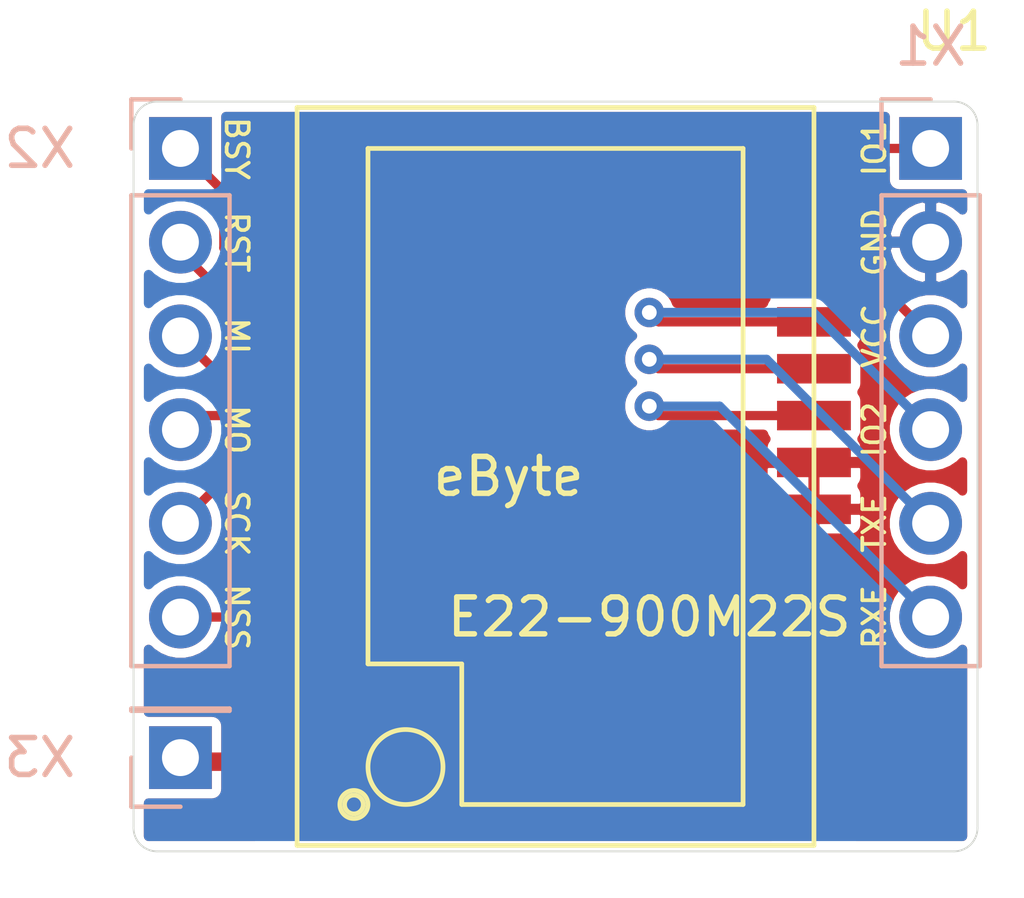
<source format=kicad_pcb>
(kicad_pcb (version 20171130) (host pcbnew "(5.1.12-1-10_14)")

  (general
    (thickness 1.6)
    (drawings 20)
    (tracks 38)
    (zones 0)
    (modules 4)
    (nets 14)
  )

  (page A4)
  (layers
    (0 F.Cu signal)
    (31 B.Cu signal)
    (32 B.Adhes user)
    (33 F.Adhes user)
    (34 B.Paste user)
    (35 F.Paste user)
    (36 B.SilkS user)
    (37 F.SilkS user)
    (38 B.Mask user)
    (39 F.Mask user)
    (40 Dwgs.User user)
    (41 Cmts.User user)
    (42 Eco1.User user)
    (43 Eco2.User user)
    (44 Edge.Cuts user)
    (45 Margin user)
    (46 B.CrtYd user hide)
    (47 F.CrtYd user hide)
    (48 B.Fab user hide)
    (49 F.Fab user hide)
  )

  (setup
    (last_trace_width 0.25)
    (user_trace_width 0.5)
    (trace_clearance 0.2)
    (zone_clearance 0.508)
    (zone_45_only no)
    (trace_min 0.2)
    (via_size 0.8)
    (via_drill 0.4)
    (via_min_size 0.4)
    (via_min_drill 0.3)
    (uvia_size 0.3)
    (uvia_drill 0.1)
    (uvias_allowed no)
    (uvia_min_size 0.2)
    (uvia_min_drill 0.1)
    (edge_width 0.05)
    (segment_width 0.2)
    (pcb_text_width 0.3)
    (pcb_text_size 1.5 1.5)
    (mod_edge_width 0.12)
    (mod_text_size 1 1)
    (mod_text_width 0.15)
    (pad_size 1.524 1.524)
    (pad_drill 0.762)
    (pad_to_mask_clearance 0)
    (aux_axis_origin 0 0)
    (visible_elements FFFFFF7F)
    (pcbplotparams
      (layerselection 0x010fc_ffffffff)
      (usegerberextensions false)
      (usegerberattributes true)
      (usegerberadvancedattributes true)
      (creategerberjobfile true)
      (excludeedgelayer true)
      (linewidth 0.100000)
      (plotframeref false)
      (viasonmask false)
      (mode 1)
      (useauxorigin false)
      (hpglpennumber 1)
      (hpglpenspeed 20)
      (hpglpendiameter 15.000000)
      (psnegative false)
      (psa4output false)
      (plotreference true)
      (plotvalue true)
      (plotinvisibletext false)
      (padsonsilk false)
      (subtractmaskfromsilk false)
      (outputformat 1)
      (mirror false)
      (drillshape 1)
      (scaleselection 1)
      (outputdirectory ""))
  )

  (net 0 "")
  (net 1 "Net-(U1-Pad21)")
  (net 2 "Net-(U1-Pad19)")
  (net 3 "Net-(U1-Pad18)")
  (net 4 "Net-(U1-Pad17)")
  (net 5 "Net-(U1-Pad16)")
  (net 6 "Net-(U1-Pad15)")
  (net 7 "Net-(U1-Pad14)")
  (net 8 "Net-(U1-Pad13)")
  (net 9 "Net-(U1-Pad8)")
  (net 10 "Net-(U1-Pad7)")
  (net 11 "Net-(U1-Pad6)")
  (net 12 GND)
  (net 13 VCC)

  (net_class Default "This is the default net class."
    (clearance 0.2)
    (trace_width 0.25)
    (via_dia 0.8)
    (via_drill 0.4)
    (uvia_dia 0.3)
    (uvia_drill 0.1)
    (add_net GND)
    (add_net "Net-(U1-Pad13)")
    (add_net "Net-(U1-Pad14)")
    (add_net "Net-(U1-Pad15)")
    (add_net "Net-(U1-Pad16)")
    (add_net "Net-(U1-Pad17)")
    (add_net "Net-(U1-Pad18)")
    (add_net "Net-(U1-Pad19)")
    (add_net "Net-(U1-Pad21)")
    (add_net "Net-(U1-Pad6)")
    (add_net "Net-(U1-Pad7)")
    (add_net "Net-(U1-Pad8)")
    (add_net VCC)
  )

  (module Connector_PinSocket_2.54mm:PinSocket_1x06_P2.54mm_Vertical (layer B.Cu) (tedit 5A19A430) (tstamp 61B14DC4)
    (at 114.3 77.47 180)
    (descr "Through hole straight socket strip, 1x06, 2.54mm pitch, single row (from Kicad 4.0.7), script generated")
    (tags "Through hole socket strip THT 1x06 2.54mm single row")
    (path /61B0A131)
    (fp_text reference X2 (at 3.81 0) (layer B.SilkS)
      (effects (font (size 1 1) (thickness 0.15)) (justify mirror))
    )
    (fp_text value Conn_01x06 (at 0 -15.47) (layer B.Fab)
      (effects (font (size 1 1) (thickness 0.15)) (justify mirror))
    )
    (fp_line (start -1.8 -14.45) (end -1.8 1.8) (layer B.CrtYd) (width 0.05))
    (fp_line (start 1.75 -14.45) (end -1.8 -14.45) (layer B.CrtYd) (width 0.05))
    (fp_line (start 1.75 1.8) (end 1.75 -14.45) (layer B.CrtYd) (width 0.05))
    (fp_line (start -1.8 1.8) (end 1.75 1.8) (layer B.CrtYd) (width 0.05))
    (fp_line (start 0 1.33) (end 1.33 1.33) (layer B.SilkS) (width 0.12))
    (fp_line (start 1.33 1.33) (end 1.33 0) (layer B.SilkS) (width 0.12))
    (fp_line (start 1.33 -1.27) (end 1.33 -14.03) (layer B.SilkS) (width 0.12))
    (fp_line (start -1.33 -14.03) (end 1.33 -14.03) (layer B.SilkS) (width 0.12))
    (fp_line (start -1.33 -1.27) (end -1.33 -14.03) (layer B.SilkS) (width 0.12))
    (fp_line (start -1.33 -1.27) (end 1.33 -1.27) (layer B.SilkS) (width 0.12))
    (fp_line (start -1.27 -13.97) (end -1.27 1.27) (layer B.Fab) (width 0.1))
    (fp_line (start 1.27 -13.97) (end -1.27 -13.97) (layer B.Fab) (width 0.1))
    (fp_line (start 1.27 0.635) (end 1.27 -13.97) (layer B.Fab) (width 0.1))
    (fp_line (start 0.635 1.27) (end 1.27 0.635) (layer B.Fab) (width 0.1))
    (fp_line (start -1.27 1.27) (end 0.635 1.27) (layer B.Fab) (width 0.1))
    (fp_text user %R (at 0 -6.35 270) (layer B.Fab)
      (effects (font (size 1 1) (thickness 0.15)) (justify mirror))
    )
    (pad 6 thru_hole oval (at 0 -12.7 180) (size 1.7 1.7) (drill 1) (layers *.Cu *.Mask)
      (net 2 "Net-(U1-Pad19)"))
    (pad 5 thru_hole oval (at 0 -10.16 180) (size 1.7 1.7) (drill 1) (layers *.Cu *.Mask)
      (net 3 "Net-(U1-Pad18)"))
    (pad 4 thru_hole oval (at 0 -7.62 180) (size 1.7 1.7) (drill 1) (layers *.Cu *.Mask)
      (net 4 "Net-(U1-Pad17)"))
    (pad 3 thru_hole oval (at 0 -5.08 180) (size 1.7 1.7) (drill 1) (layers *.Cu *.Mask)
      (net 5 "Net-(U1-Pad16)"))
    (pad 2 thru_hole oval (at 0 -2.54 180) (size 1.7 1.7) (drill 1) (layers *.Cu *.Mask)
      (net 6 "Net-(U1-Pad15)"))
    (pad 1 thru_hole rect (at 0 0 180) (size 1.7 1.7) (drill 1) (layers *.Cu *.Mask)
      (net 7 "Net-(U1-Pad14)"))
    (model ${KISYS3DMOD}/Connector_PinSocket_2.54mm.3dshapes/PinSocket_1x06_P2.54mm_Vertical.wrl
      (at (xyz 0 0 0))
      (scale (xyz 1 1 1))
      (rotate (xyz 0 0 0))
    )
  )

  (module Connector_PinSocket_2.54mm:PinSocket_1x06_P2.54mm_Vertical (layer B.Cu) (tedit 5A19A430) (tstamp 61B6AC4F)
    (at 134.62 77.47 180)
    (descr "Through hole straight socket strip, 1x06, 2.54mm pitch, single row (from Kicad 4.0.7), script generated")
    (tags "Through hole socket strip THT 1x06 2.54mm single row")
    (path /61B0BA70)
    (fp_text reference X1 (at 0 2.77) (layer B.SilkS)
      (effects (font (size 1 1) (thickness 0.15)) (justify mirror))
    )
    (fp_text value Conn_01x06 (at 0 -15.47) (layer B.Fab)
      (effects (font (size 1 1) (thickness 0.15)) (justify mirror))
    )
    (fp_line (start -1.8 -14.45) (end -1.8 1.8) (layer B.CrtYd) (width 0.05))
    (fp_line (start 1.75 -14.45) (end -1.8 -14.45) (layer B.CrtYd) (width 0.05))
    (fp_line (start 1.75 1.8) (end 1.75 -14.45) (layer B.CrtYd) (width 0.05))
    (fp_line (start -1.8 1.8) (end 1.75 1.8) (layer B.CrtYd) (width 0.05))
    (fp_line (start 0 1.33) (end 1.33 1.33) (layer B.SilkS) (width 0.12))
    (fp_line (start 1.33 1.33) (end 1.33 0) (layer B.SilkS) (width 0.12))
    (fp_line (start 1.33 -1.27) (end 1.33 -14.03) (layer B.SilkS) (width 0.12))
    (fp_line (start -1.33 -14.03) (end 1.33 -14.03) (layer B.SilkS) (width 0.12))
    (fp_line (start -1.33 -1.27) (end -1.33 -14.03) (layer B.SilkS) (width 0.12))
    (fp_line (start -1.33 -1.27) (end 1.33 -1.27) (layer B.SilkS) (width 0.12))
    (fp_line (start -1.27 -13.97) (end -1.27 1.27) (layer B.Fab) (width 0.1))
    (fp_line (start 1.27 -13.97) (end -1.27 -13.97) (layer B.Fab) (width 0.1))
    (fp_line (start 1.27 0.635) (end 1.27 -13.97) (layer B.Fab) (width 0.1))
    (fp_line (start 0.635 1.27) (end 1.27 0.635) (layer B.Fab) (width 0.1))
    (fp_line (start -1.27 1.27) (end 0.635 1.27) (layer B.Fab) (width 0.1))
    (fp_text user %R (at 0 -6.35 270) (layer B.Fab)
      (effects (font (size 1 1) (thickness 0.15)) (justify mirror))
    )
    (pad 6 thru_hole oval (at 0 -12.7 180) (size 1.7 1.7) (drill 1) (layers *.Cu *.Mask)
      (net 11 "Net-(U1-Pad6)"))
    (pad 5 thru_hole oval (at 0 -10.16 180) (size 1.7 1.7) (drill 1) (layers *.Cu *.Mask)
      (net 10 "Net-(U1-Pad7)"))
    (pad 4 thru_hole oval (at 0 -7.62 180) (size 1.7 1.7) (drill 1) (layers *.Cu *.Mask)
      (net 9 "Net-(U1-Pad8)"))
    (pad 3 thru_hole oval (at 0 -5.08 180) (size 1.7 1.7) (drill 1) (layers *.Cu *.Mask)
      (net 13 VCC))
    (pad 2 thru_hole oval (at 0 -2.54 180) (size 1.7 1.7) (drill 1) (layers *.Cu *.Mask)
      (net 12 GND))
    (pad 1 thru_hole rect (at 0 0 180) (size 1.7 1.7) (drill 1) (layers *.Cu *.Mask)
      (net 8 "Net-(U1-Pad13)"))
    (model ${KISYS3DMOD}/Connector_PinSocket_2.54mm.3dshapes/PinSocket_1x06_P2.54mm_Vertical.wrl
      (at (xyz 0 0 0))
      (scale (xyz 1 1 1))
      (rotate (xyz 0 0 0))
    )
  )

  (module E22-900M22S:E22-900M22S (layer F.Cu) (tedit 61B03831) (tstamp 61B14D90)
    (at 124.46 86.36)
    (path /61B06B23)
    (fp_text reference U1 (at 10.795 -12.065) (layer F.SilkS)
      (effects (font (size 1 1) (thickness 0.15)))
    )
    (fp_text value E22-900M22S (at -0.635 -12.065) (layer Dwgs.User)
      (effects (font (size 1 1) (thickness 0.15)))
    )
    (fp_line (start -5.08 5.08) (end -5.08 -8.89) (layer F.SilkS) (width 0.127))
    (fp_line (start -2.54 5.08) (end -5.08 5.08) (layer F.SilkS) (width 0.127))
    (fp_line (start -2.54 8.89) (end -2.54 5.08) (layer F.SilkS) (width 0.127))
    (fp_line (start 5.08 8.89) (end -2.54 8.89) (layer F.SilkS) (width 0.127))
    (fp_line (start 5.08 -8.89) (end 5.08 8.89) (layer F.SilkS) (width 0.127))
    (fp_line (start -5.08 -8.89) (end 5.08 -8.89) (layer F.SilkS) (width 0.127))
    (fp_line (start -7 10) (end -7 -10) (layer F.SilkS) (width 0.127))
    (fp_line (start 7 10) (end -7 10) (layer F.SilkS) (width 0.127))
    (fp_line (start 7 -10) (end 7 10) (layer F.SilkS) (width 0.127))
    (fp_line (start -7 -10) (end 7 -10) (layer F.SilkS) (width 0.127))
    (fp_circle (center -5.461 8.89) (end -5.207 8.89) (layer F.SilkS) (width 0.127))
    (fp_circle (center -5.461 8.89) (end -5.08 8.89) (layer F.SilkS) (width 0.127))
    (fp_circle (center -4.064 7.874) (end -3.048 7.874) (layer F.SilkS) (width 0.127))
    (fp_text user eByte (at -1.27 0) (layer F.SilkS)
      (effects (font (size 1 1) (thickness 0.15)))
    )
    (fp_text user E22-900M22S (at 2.54 3.81) (layer F.SilkS)
      (effects (font (size 1 1) (thickness 0.15)))
    )
    (pad 22 smd rect (at -7 9) (size 2 0.8) (layers F.Cu F.Paste F.Mask)
      (net 12 GND))
    (pad 21 smd rect (at -7 7.73) (size 2 0.8) (layers F.Cu F.Paste F.Mask)
      (net 1 "Net-(U1-Pad21)"))
    (pad 20 smd rect (at -7 6.46) (size 2 0.8) (layers F.Cu F.Paste F.Mask)
      (net 12 GND))
    (pad 19 smd rect (at -7 0.89) (size 2 0.8) (layers F.Cu F.Paste F.Mask)
      (net 2 "Net-(U1-Pad19)"))
    (pad 18 smd rect (at -7 -0.38) (size 2 0.8) (layers F.Cu F.Paste F.Mask)
      (net 3 "Net-(U1-Pad18)"))
    (pad 17 smd rect (at -7 -1.65) (size 2 0.8) (layers F.Cu F.Paste F.Mask)
      (net 4 "Net-(U1-Pad17)"))
    (pad 16 smd rect (at -7 -2.92) (size 2 0.8) (layers F.Cu F.Paste F.Mask)
      (net 5 "Net-(U1-Pad16)"))
    (pad 15 smd rect (at -7 -4.19) (size 2 0.8) (layers F.Cu F.Paste F.Mask)
      (net 6 "Net-(U1-Pad15)"))
    (pad 14 smd rect (at -7 -5.46) (size 2 0.8) (layers F.Cu F.Paste F.Mask)
      (net 7 "Net-(U1-Pad14)"))
    (pad 13 smd rect (at -7 -6.73) (size 2 0.8) (layers F.Cu F.Paste F.Mask)
      (net 8 "Net-(U1-Pad13)"))
    (pad 12 smd rect (at -7 -8) (size 2 0.8) (layers F.Cu F.Paste F.Mask)
      (net 12 GND))
    (pad 11 smd rect (at 7 -8) (size 2 0.8) (layers F.Cu F.Paste F.Mask)
      (net 12 GND))
    (pad 10 smd rect (at 7 -6.73) (size 2 0.8) (layers F.Cu F.Paste F.Mask)
      (net 12 GND))
    (pad 9 smd rect (at 7 -5.46) (size 2 0.8) (layers F.Cu F.Paste F.Mask)
      (net 13 VCC))
    (pad 8 smd rect (at 7 -4.19) (size 2 0.8) (layers F.Cu F.Paste F.Mask)
      (net 9 "Net-(U1-Pad8)"))
    (pad 7 smd rect (at 7 -2.92) (size 2 0.8) (layers F.Cu F.Paste F.Mask)
      (net 10 "Net-(U1-Pad7)"))
    (pad 6 smd rect (at 7 -1.65) (size 2 0.8) (layers F.Cu F.Paste F.Mask)
      (net 11 "Net-(U1-Pad6)"))
    (pad 5 smd rect (at 7 -0.38) (size 2 0.8) (layers F.Cu F.Paste F.Mask)
      (net 12 GND))
    (pad 4 smd rect (at 7 0.89) (size 2 0.8) (layers F.Cu F.Paste F.Mask)
      (net 12 GND))
    (pad 3 smd rect (at 7 6.46) (size 2 0.8) (layers F.Cu F.Paste F.Mask)
      (net 12 GND))
    (pad 2 smd rect (at 7 7.73) (size 2 0.8) (layers F.Cu F.Paste F.Mask)
      (net 12 GND))
    (pad 1 smd rect (at 7 9) (size 2 0.8) (layers F.Cu F.Paste F.Mask)
      (net 12 GND))
  )

  (module Connector_PinHeader_2.54mm:PinHeader_1x01_P2.54mm_Vertical (layer B.Cu) (tedit 59FED5CC) (tstamp 61B6B709)
    (at 114.3 93.98)
    (descr "Through hole straight pin header, 1x01, 2.54mm pitch, single row")
    (tags "Through hole pin header THT 1x01 2.54mm single row")
    (path /61B77640)
    (fp_text reference X3 (at -3.81 0) (layer B.SilkS)
      (effects (font (size 1 1) (thickness 0.15)) (justify mirror))
    )
    (fp_text value Conn_01x01 (at 0 -2.33) (layer B.Fab)
      (effects (font (size 1 1) (thickness 0.15)) (justify mirror))
    )
    (fp_line (start 1.8 1.8) (end -1.8 1.8) (layer B.CrtYd) (width 0.05))
    (fp_line (start 1.8 -1.8) (end 1.8 1.8) (layer B.CrtYd) (width 0.05))
    (fp_line (start -1.8 -1.8) (end 1.8 -1.8) (layer B.CrtYd) (width 0.05))
    (fp_line (start -1.8 1.8) (end -1.8 -1.8) (layer B.CrtYd) (width 0.05))
    (fp_line (start -1.33 1.33) (end 0 1.33) (layer B.SilkS) (width 0.12))
    (fp_line (start -1.33 0) (end -1.33 1.33) (layer B.SilkS) (width 0.12))
    (fp_line (start -1.33 -1.27) (end 1.33 -1.27) (layer B.SilkS) (width 0.12))
    (fp_line (start 1.33 -1.27) (end 1.33 -1.33) (layer B.SilkS) (width 0.12))
    (fp_line (start -1.33 -1.27) (end -1.33 -1.33) (layer B.SilkS) (width 0.12))
    (fp_line (start -1.33 -1.33) (end 1.33 -1.33) (layer B.SilkS) (width 0.12))
    (fp_line (start -1.27 0.635) (end -0.635 1.27) (layer B.Fab) (width 0.1))
    (fp_line (start -1.27 -1.27) (end -1.27 0.635) (layer B.Fab) (width 0.1))
    (fp_line (start 1.27 -1.27) (end -1.27 -1.27) (layer B.Fab) (width 0.1))
    (fp_line (start 1.27 1.27) (end 1.27 -1.27) (layer B.Fab) (width 0.1))
    (fp_line (start -0.635 1.27) (end 1.27 1.27) (layer B.Fab) (width 0.1))
    (fp_text user %R (at 0 0 -90) (layer B.Fab)
      (effects (font (size 1 1) (thickness 0.15)) (justify mirror))
    )
    (pad 1 thru_hole rect (at 0 0) (size 1.7 1.7) (drill 1) (layers *.Cu *.Mask)
      (net 1 "Net-(U1-Pad21)"))
    (model ${KISYS3DMOD}/Connector_PinHeader_2.54mm.3dshapes/PinHeader_1x01_P2.54mm_Vertical.wrl
      (at (xyz 0 0 0))
      (scale (xyz 1 1 1))
      (rotate (xyz 0 0 0))
    )
  )

  (gr_text RXE (at 133.096 90.17 90) (layer F.SilkS) (tstamp 61B6B941)
    (effects (font (size 0.6 0.6) (thickness 0.1)))
  )
  (gr_text TXE (at 133.096 87.63 90) (layer F.SilkS) (tstamp 61B6B941)
    (effects (font (size 0.6 0.6) (thickness 0.1)))
  )
  (gr_text IO2 (at 133.096 85.09 90) (layer F.SilkS) (tstamp 61B6B941)
    (effects (font (size 0.6 0.6) (thickness 0.1)))
  )
  (gr_text VCC (at 133.096 82.55 90) (layer F.SilkS) (tstamp 61B6B941)
    (effects (font (size 0.6 0.6) (thickness 0.1)))
  )
  (gr_text GND (at 133.096 80.01 90) (layer F.SilkS) (tstamp 61B6B941)
    (effects (font (size 0.6 0.6) (thickness 0.1)))
  )
  (gr_text IO1 (at 133.096 77.47 90) (layer F.SilkS) (tstamp 61B6B941)
    (effects (font (size 0.6 0.6) (thickness 0.1)))
  )
  (gr_text BSY (at 115.824 77.47 -90) (layer F.SilkS) (tstamp 61B6B941)
    (effects (font (size 0.6 0.6) (thickness 0.1)))
  )
  (gr_text RST (at 115.824 80.01 -90) (layer F.SilkS) (tstamp 61B6B941)
    (effects (font (size 0.6 0.6) (thickness 0.1)))
  )
  (gr_text MI (at 115.824 82.55 -90) (layer F.SilkS) (tstamp 61B6B941)
    (effects (font (size 0.6 0.6) (thickness 0.1)))
  )
  (gr_text MO (at 115.824 85.09 -90) (layer F.SilkS) (tstamp 61B6B941)
    (effects (font (size 0.6 0.6) (thickness 0.1)))
  )
  (gr_text SCK (at 115.824 87.63 -90) (layer F.SilkS) (tstamp 61B6B941)
    (effects (font (size 0.6 0.6) (thickness 0.1)))
  )
  (gr_text NSS (at 115.824 90.17 270) (layer F.SilkS)
    (effects (font (size 0.6 0.6) (thickness 0.1)))
  )
  (gr_line (start 113.665 96.52) (end 135.255 96.52) (layer Edge.Cuts) (width 0.05) (tstamp 61B6B903))
  (gr_line (start 113.03 76.835) (end 113.03 95.885) (layer Edge.Cuts) (width 0.05) (tstamp 61B6B902))
  (gr_line (start 135.255 76.2) (end 113.665 76.2) (layer Edge.Cuts) (width 0.05) (tstamp 61B6B901))
  (gr_line (start 135.89 95.885) (end 135.89 76.835) (layer Edge.Cuts) (width 0.05) (tstamp 61B6B900))
  (gr_arc (start 113.665 76.835) (end 113.665 76.2) (angle -90) (layer Edge.Cuts) (width 0.05))
  (gr_arc (start 113.665 95.885) (end 113.03 95.885) (angle -90) (layer Edge.Cuts) (width 0.05))
  (gr_arc (start 135.255 95.885) (end 135.255 96.52) (angle -90) (layer Edge.Cuts) (width 0.05))
  (gr_arc (start 135.255 76.835) (end 135.89 76.835) (angle -90) (layer Edge.Cuts) (width 0.05))

  (segment (start 114.41 94.09) (end 114.3 93.98) (width 0.5) (layer F.Cu) (net 1))
  (segment (start 117.46 94.09) (end 114.41 94.09) (width 0.5) (layer F.Cu) (net 1))
  (segment (start 114.3 90.17) (end 116.205 90.17) (width 0.25) (layer F.Cu) (net 2))
  (segment (start 117.46 88.915) (end 117.46 87.25) (width 0.25) (layer F.Cu) (net 2))
  (segment (start 116.205 90.17) (end 117.46 88.915) (width 0.25) (layer F.Cu) (net 2))
  (segment (start 115.95 85.98) (end 114.3 87.63) (width 0.25) (layer F.Cu) (net 3))
  (segment (start 117.46 85.98) (end 115.95 85.98) (width 0.25) (layer F.Cu) (net 3))
  (segment (start 114.68 84.71) (end 114.3 85.09) (width 0.25) (layer F.Cu) (net 4))
  (segment (start 117.46 84.71) (end 114.68 84.71) (width 0.25) (layer F.Cu) (net 4))
  (segment (start 115.19 83.44) (end 114.3 82.55) (width 0.25) (layer F.Cu) (net 5))
  (segment (start 117.46 83.44) (end 115.19 83.44) (width 0.25) (layer F.Cu) (net 5))
  (segment (start 114.3 80.26) (end 114.3 80.01) (width 0.25) (layer F.Cu) (net 6))
  (segment (start 116.21 82.17) (end 114.3 80.26) (width 0.25) (layer F.Cu) (net 6))
  (segment (start 117.46 82.17) (end 116.21 82.17) (width 0.25) (layer F.Cu) (net 6))
  (segment (start 115.475001 78.645001) (end 114.3 77.47) (width 0.25) (layer F.Cu) (net 7))
  (segment (start 115.475001 80.165001) (end 115.475001 78.645001) (width 0.25) (layer F.Cu) (net 7))
  (segment (start 116.21 80.9) (end 115.475001 80.165001) (width 0.25) (layer F.Cu) (net 7))
  (segment (start 117.46 80.9) (end 116.21 80.9) (width 0.25) (layer F.Cu) (net 7))
  (segment (start 134.62 77.47) (end 122.555 77.47) (width 0.25) (layer F.Cu) (net 8))
  (segment (start 120.395 79.63) (end 122.555 77.47) (width 0.25) (layer F.Cu) (net 8))
  (segment (start 117.46 79.63) (end 120.395 79.63) (width 0.25) (layer F.Cu) (net 8))
  (via (at 127 81.915) (size 0.8) (drill 0.4) (layers F.Cu B.Cu) (net 9))
  (segment (start 127.255 82.17) (end 127 81.915) (width 0.25) (layer F.Cu) (net 9))
  (segment (start 131.46 82.17) (end 127.255 82.17) (width 0.25) (layer F.Cu) (net 9))
  (segment (start 131.445 81.915) (end 134.62 85.09) (width 0.25) (layer B.Cu) (net 9))
  (segment (start 127 81.915) (end 131.445 81.915) (width 0.25) (layer B.Cu) (net 9))
  (segment (start 127.255 83.44) (end 127 83.185) (width 0.25) (layer F.Cu) (net 10))
  (via (at 127 83.185) (size 0.8) (drill 0.4) (layers F.Cu B.Cu) (net 10))
  (segment (start 131.46 83.44) (end 127.255 83.44) (width 0.25) (layer F.Cu) (net 10))
  (segment (start 130.175 83.185) (end 134.62 87.63) (width 0.25) (layer B.Cu) (net 10))
  (segment (start 127 83.185) (end 130.175 83.185) (width 0.25) (layer B.Cu) (net 10))
  (segment (start 127.255 84.71) (end 127 84.455) (width 0.25) (layer F.Cu) (net 11))
  (via (at 127 84.455) (size 0.8) (drill 0.4) (layers F.Cu B.Cu) (net 11))
  (segment (start 131.46 84.71) (end 127.255 84.71) (width 0.25) (layer F.Cu) (net 11))
  (segment (start 128.905 84.455) (end 134.62 90.17) (width 0.25) (layer B.Cu) (net 11))
  (segment (start 127 84.455) (end 128.905 84.455) (width 0.25) (layer B.Cu) (net 11))
  (segment (start 132.97 80.9) (end 134.62 82.55) (width 0.25) (layer F.Cu) (net 13))
  (segment (start 131.46 80.9) (end 132.97 80.9) (width 0.25) (layer F.Cu) (net 13))

  (zone (net 12) (net_name GND) (layer F.Cu) (tstamp 0) (hatch edge 0.508)
    (connect_pads (clearance 0.254))
    (min_thickness 0.254)
    (fill yes (arc_segments 32) (thermal_gap 0.254) (thermal_bridge_width 0.3))
    (polygon
      (pts
        (xy 136.525 97.155) (xy 112.395 97.155) (xy 112.395 75.565) (xy 136.525 75.565)
      )
    )
    (filled_polygon
      (pts
        (xy 130.079 78.24175) (xy 130.17425 78.337) (xy 131.437 78.337) (xy 131.437 78.317) (xy 131.483 78.317)
        (xy 131.483 78.337) (xy 132.74575 78.337) (xy 132.841 78.24175) (xy 132.842738 77.976) (xy 133.387157 77.976)
        (xy 133.387157 78.32) (xy 133.394513 78.394689) (xy 133.416299 78.466508) (xy 133.451678 78.532696) (xy 133.499289 78.590711)
        (xy 133.557304 78.638322) (xy 133.623492 78.673701) (xy 133.695311 78.695487) (xy 133.77 78.702843) (xy 135.47 78.702843)
        (xy 135.484 78.701464) (xy 135.484 79.135437) (xy 135.472347 79.121819) (xy 135.282694 78.9726) (xy 135.067574 78.863248)
        (xy 134.835254 78.797965) (xy 134.643 78.874464) (xy 134.643 79.987) (xy 134.663 79.987) (xy 134.663 80.033)
        (xy 134.643 80.033) (xy 134.643 81.145536) (xy 134.835254 81.222035) (xy 135.067574 81.156752) (xy 135.282694 81.0474)
        (xy 135.472347 80.898181) (xy 135.484 80.884563) (xy 135.484 81.673103) (xy 135.404717 81.59382) (xy 135.203097 81.459102)
        (xy 134.979069 81.366307) (xy 134.741243 81.319) (xy 134.498757 81.319) (xy 134.260931 81.366307) (xy 134.183833 81.398242)
        (xy 133.345376 80.559785) (xy 133.329527 80.540473) (xy 133.252479 80.477241) (xy 133.164575 80.430255) (xy 133.069193 80.401322)
        (xy 132.994854 80.394) (xy 132.994846 80.394) (xy 132.97 80.391553) (xy 132.945154 80.394) (xy 132.825989 80.394)
        (xy 132.813701 80.353492) (xy 132.778322 80.287304) (xy 132.760018 80.265) (xy 132.778322 80.242696) (xy 132.787645 80.225254)
        (xy 133.407966 80.225254) (xy 133.417853 80.274957) (xy 133.492642 80.504393) (xy 133.610755 80.71483) (xy 133.767653 80.898181)
        (xy 133.957306 81.0474) (xy 134.172426 81.156752) (xy 134.404746 81.222035) (xy 134.597 81.145536) (xy 134.597 80.033)
        (xy 133.484483 80.033) (xy 133.407966 80.225254) (xy 132.787645 80.225254) (xy 132.813701 80.176508) (xy 132.835487 80.104689)
        (xy 132.842843 80.03) (xy 132.841305 79.794746) (xy 133.407966 79.794746) (xy 133.484483 79.987) (xy 134.597 79.987)
        (xy 134.597 78.874464) (xy 134.404746 78.797965) (xy 134.172426 78.863248) (xy 133.957306 78.9726) (xy 133.767653 79.121819)
        (xy 133.610755 79.30517) (xy 133.492642 79.515607) (xy 133.417853 79.745043) (xy 133.407966 79.794746) (xy 132.841305 79.794746)
        (xy 132.841 79.74825) (xy 132.74575 79.653) (xy 131.483 79.653) (xy 131.483 79.673) (xy 131.437 79.673)
        (xy 131.437 79.653) (xy 130.17425 79.653) (xy 130.079 79.74825) (xy 130.077157 80.03) (xy 130.084513 80.104689)
        (xy 130.106299 80.176508) (xy 130.141678 80.242696) (xy 130.159982 80.265) (xy 130.141678 80.287304) (xy 130.106299 80.353492)
        (xy 130.084513 80.425311) (xy 130.077157 80.5) (xy 130.077157 81.3) (xy 130.084513 81.374689) (xy 130.106299 81.446508)
        (xy 130.141678 81.512696) (xy 130.159982 81.535) (xy 130.141678 81.557304) (xy 130.106299 81.623492) (xy 130.094011 81.664)
        (xy 127.741381 81.664) (xy 127.692113 81.545058) (xy 127.606642 81.417141) (xy 127.497859 81.308358) (xy 127.369942 81.222887)
        (xy 127.227809 81.164013) (xy 127.076922 81.134) (xy 126.923078 81.134) (xy 126.772191 81.164013) (xy 126.630058 81.222887)
        (xy 126.502141 81.308358) (xy 126.393358 81.417141) (xy 126.307887 81.545058) (xy 126.249013 81.687191) (xy 126.219 81.838078)
        (xy 126.219 81.991922) (xy 126.249013 82.142809) (xy 126.307887 82.284942) (xy 126.393358 82.412859) (xy 126.502141 82.521642)
        (xy 126.544582 82.55) (xy 126.502141 82.578358) (xy 126.393358 82.687141) (xy 126.307887 82.815058) (xy 126.249013 82.957191)
        (xy 126.219 83.108078) (xy 126.219 83.261922) (xy 126.249013 83.412809) (xy 126.307887 83.554942) (xy 126.393358 83.682859)
        (xy 126.502141 83.791642) (xy 126.544582 83.82) (xy 126.502141 83.848358) (xy 126.393358 83.957141) (xy 126.307887 84.085058)
        (xy 126.249013 84.227191) (xy 126.219 84.378078) (xy 126.219 84.531922) (xy 126.249013 84.682809) (xy 126.307887 84.824942)
        (xy 126.393358 84.952859) (xy 126.502141 85.061642) (xy 126.630058 85.147113) (xy 126.772191 85.205987) (xy 126.923078 85.236)
        (xy 127.076922 85.236) (xy 127.194915 85.21253) (xy 127.230146 85.216) (xy 127.230153 85.216) (xy 127.254999 85.218447)
        (xy 127.279845 85.216) (xy 130.094011 85.216) (xy 130.106299 85.256508) (xy 130.141678 85.322696) (xy 130.159982 85.345)
        (xy 130.141678 85.367304) (xy 130.106299 85.433492) (xy 130.084513 85.505311) (xy 130.077157 85.58) (xy 130.079 85.86175)
        (xy 130.17425 85.957) (xy 131.437 85.957) (xy 131.437 85.937) (xy 131.483 85.937) (xy 131.483 85.957)
        (xy 132.74575 85.957) (xy 132.841 85.86175) (xy 132.842843 85.58) (xy 132.835487 85.505311) (xy 132.813701 85.433492)
        (xy 132.778322 85.367304) (xy 132.760018 85.345) (xy 132.778322 85.322696) (xy 132.813701 85.256508) (xy 132.835487 85.184689)
        (xy 132.842843 85.11) (xy 132.842843 84.31) (xy 132.835487 84.235311) (xy 132.813701 84.163492) (xy 132.778322 84.097304)
        (xy 132.760018 84.075) (xy 132.778322 84.052696) (xy 132.813701 83.986508) (xy 132.835487 83.914689) (xy 132.842843 83.84)
        (xy 132.842843 83.04) (xy 132.835487 82.965311) (xy 132.813701 82.893492) (xy 132.778322 82.827304) (xy 132.760018 82.805)
        (xy 132.778322 82.782696) (xy 132.813701 82.716508) (xy 132.835487 82.644689) (xy 132.842843 82.57) (xy 132.842843 81.77)
        (xy 132.835487 81.695311) (xy 132.813701 81.623492) (xy 132.778322 81.557304) (xy 132.760018 81.535) (xy 132.778322 81.512696)
        (xy 132.809248 81.454839) (xy 133.468242 82.113833) (xy 133.436307 82.190931) (xy 133.389 82.428757) (xy 133.389 82.671243)
        (xy 133.436307 82.909069) (xy 133.529102 83.133097) (xy 133.66382 83.334717) (xy 133.835283 83.50618) (xy 134.036903 83.640898)
        (xy 134.260931 83.733693) (xy 134.498757 83.781) (xy 134.741243 83.781) (xy 134.979069 83.733693) (xy 135.203097 83.640898)
        (xy 135.404717 83.50618) (xy 135.484 83.426897) (xy 135.484 84.213103) (xy 135.404717 84.13382) (xy 135.203097 83.999102)
        (xy 134.979069 83.906307) (xy 134.741243 83.859) (xy 134.498757 83.859) (xy 134.260931 83.906307) (xy 134.036903 83.999102)
        (xy 133.835283 84.13382) (xy 133.66382 84.305283) (xy 133.529102 84.506903) (xy 133.436307 84.730931) (xy 133.389 84.968757)
        (xy 133.389 85.211243) (xy 133.436307 85.449069) (xy 133.529102 85.673097) (xy 133.66382 85.874717) (xy 133.835283 86.04618)
        (xy 134.036903 86.180898) (xy 134.260931 86.273693) (xy 134.498757 86.321) (xy 134.741243 86.321) (xy 134.979069 86.273693)
        (xy 135.203097 86.180898) (xy 135.404717 86.04618) (xy 135.484 85.966897) (xy 135.484001 86.753104) (xy 135.404717 86.67382)
        (xy 135.203097 86.539102) (xy 134.979069 86.446307) (xy 134.741243 86.399) (xy 134.498757 86.399) (xy 134.260931 86.446307)
        (xy 134.036903 86.539102) (xy 133.835283 86.67382) (xy 133.66382 86.845283) (xy 133.529102 87.046903) (xy 133.436307 87.270931)
        (xy 133.389 87.508757) (xy 133.389 87.751243) (xy 133.436307 87.989069) (xy 133.529102 88.213097) (xy 133.66382 88.414717)
        (xy 133.835283 88.58618) (xy 134.036903 88.720898) (xy 134.260931 88.813693) (xy 134.498757 88.861) (xy 134.741243 88.861)
        (xy 134.979069 88.813693) (xy 135.203097 88.720898) (xy 135.404717 88.58618) (xy 135.484001 88.506896) (xy 135.484001 89.293104)
        (xy 135.404717 89.21382) (xy 135.203097 89.079102) (xy 134.979069 88.986307) (xy 134.741243 88.939) (xy 134.498757 88.939)
        (xy 134.260931 88.986307) (xy 134.036903 89.079102) (xy 133.835283 89.21382) (xy 133.66382 89.385283) (xy 133.529102 89.586903)
        (xy 133.436307 89.810931) (xy 133.389 90.048757) (xy 133.389 90.291243) (xy 133.436307 90.529069) (xy 133.529102 90.753097)
        (xy 133.66382 90.954717) (xy 133.835283 91.12618) (xy 134.036903 91.260898) (xy 134.260931 91.353693) (xy 134.498757 91.401)
        (xy 134.741243 91.401) (xy 134.979069 91.353693) (xy 135.203097 91.260898) (xy 135.404717 91.12618) (xy 135.484001 91.046896)
        (xy 135.484001 96.114) (xy 132.605522 96.114) (xy 132.606508 96.113701) (xy 132.672696 96.078322) (xy 132.730711 96.030711)
        (xy 132.778322 95.972696) (xy 132.813701 95.906508) (xy 132.835487 95.834689) (xy 132.842843 95.76) (xy 132.841 95.47825)
        (xy 132.74575 95.383) (xy 131.483 95.383) (xy 131.483 95.403) (xy 131.437 95.403) (xy 131.437 95.383)
        (xy 130.17425 95.383) (xy 130.079 95.47825) (xy 130.077157 95.76) (xy 130.084513 95.834689) (xy 130.106299 95.906508)
        (xy 130.141678 95.972696) (xy 130.189289 96.030711) (xy 130.247304 96.078322) (xy 130.313492 96.113701) (xy 130.314478 96.114)
        (xy 118.605522 96.114) (xy 118.606508 96.113701) (xy 118.672696 96.078322) (xy 118.730711 96.030711) (xy 118.778322 95.972696)
        (xy 118.813701 95.906508) (xy 118.835487 95.834689) (xy 118.842843 95.76) (xy 118.841 95.47825) (xy 118.74575 95.383)
        (xy 117.483 95.383) (xy 117.483 95.403) (xy 117.437 95.403) (xy 117.437 95.383) (xy 116.17425 95.383)
        (xy 116.079 95.47825) (xy 116.077157 95.76) (xy 116.084513 95.834689) (xy 116.106299 95.906508) (xy 116.141678 95.972696)
        (xy 116.189289 96.030711) (xy 116.247304 96.078322) (xy 116.313492 96.113701) (xy 116.314478 96.114) (xy 113.436 96.114)
        (xy 113.436 95.211464) (xy 113.45 95.212843) (xy 115.15 95.212843) (xy 115.224689 95.205487) (xy 115.296508 95.183701)
        (xy 115.362696 95.148322) (xy 115.420711 95.100711) (xy 115.468322 95.042696) (xy 115.503701 94.976508) (xy 115.525487 94.904689)
        (xy 115.532843 94.83) (xy 115.532843 93.22) (xy 116.077157 93.22) (xy 116.084513 93.294689) (xy 116.106299 93.366508)
        (xy 116.141678 93.432696) (xy 116.159982 93.455) (xy 116.141678 93.477304) (xy 116.106299 93.543492) (xy 116.084513 93.615311)
        (xy 116.077157 93.69) (xy 116.077157 94.49) (xy 116.084513 94.564689) (xy 116.106299 94.636508) (xy 116.141678 94.702696)
        (xy 116.159982 94.725) (xy 116.141678 94.747304) (xy 116.106299 94.813492) (xy 116.084513 94.885311) (xy 116.077157 94.96)
        (xy 116.079 95.24175) (xy 116.17425 95.337) (xy 117.437 95.337) (xy 117.437 95.317) (xy 117.483 95.317)
        (xy 117.483 95.337) (xy 118.74575 95.337) (xy 118.841 95.24175) (xy 118.842843 94.96) (xy 118.835487 94.885311)
        (xy 118.813701 94.813492) (xy 118.778322 94.747304) (xy 118.760018 94.725) (xy 118.778322 94.702696) (xy 118.813701 94.636508)
        (xy 118.835487 94.564689) (xy 118.842843 94.49) (xy 130.077157 94.49) (xy 130.084513 94.564689) (xy 130.106299 94.636508)
        (xy 130.141678 94.702696) (xy 130.159982 94.725) (xy 130.141678 94.747304) (xy 130.106299 94.813492) (xy 130.084513 94.885311)
        (xy 130.077157 94.96) (xy 130.079 95.24175) (xy 130.17425 95.337) (xy 131.437 95.337) (xy 131.437 94.113)
        (xy 131.483 94.113) (xy 131.483 95.337) (xy 132.74575 95.337) (xy 132.841 95.24175) (xy 132.842843 94.96)
        (xy 132.835487 94.885311) (xy 132.813701 94.813492) (xy 132.778322 94.747304) (xy 132.760018 94.725) (xy 132.778322 94.702696)
        (xy 132.813701 94.636508) (xy 132.835487 94.564689) (xy 132.842843 94.49) (xy 132.841 94.20825) (xy 132.74575 94.113)
        (xy 131.483 94.113) (xy 131.437 94.113) (xy 130.17425 94.113) (xy 130.079 94.20825) (xy 130.077157 94.49)
        (xy 118.842843 94.49) (xy 118.842843 93.69) (xy 118.835487 93.615311) (xy 118.813701 93.543492) (xy 118.778322 93.477304)
        (xy 118.760018 93.455) (xy 118.778322 93.432696) (xy 118.813701 93.366508) (xy 118.835487 93.294689) (xy 118.842843 93.22)
        (xy 130.077157 93.22) (xy 130.084513 93.294689) (xy 130.106299 93.366508) (xy 130.141678 93.432696) (xy 130.159982 93.455)
        (xy 130.141678 93.477304) (xy 130.106299 93.543492) (xy 130.084513 93.615311) (xy 130.077157 93.69) (xy 130.079 93.97175)
        (xy 130.17425 94.067) (xy 131.437 94.067) (xy 131.437 92.843) (xy 131.483 92.843) (xy 131.483 94.067)
        (xy 132.74575 94.067) (xy 132.841 93.97175) (xy 132.842843 93.69) (xy 132.835487 93.615311) (xy 132.813701 93.543492)
        (xy 132.778322 93.477304) (xy 132.760018 93.455) (xy 132.778322 93.432696) (xy 132.813701 93.366508) (xy 132.835487 93.294689)
        (xy 132.842843 93.22) (xy 132.841 92.93825) (xy 132.74575 92.843) (xy 131.483 92.843) (xy 131.437 92.843)
        (xy 130.17425 92.843) (xy 130.079 92.93825) (xy 130.077157 93.22) (xy 118.842843 93.22) (xy 118.841 92.93825)
        (xy 118.74575 92.843) (xy 117.483 92.843) (xy 117.483 92.863) (xy 117.437 92.863) (xy 117.437 92.843)
        (xy 116.17425 92.843) (xy 116.079 92.93825) (xy 116.077157 93.22) (xy 115.532843 93.22) (xy 115.532843 93.13)
        (xy 115.525487 93.055311) (xy 115.503701 92.983492) (xy 115.468322 92.917304) (xy 115.420711 92.859289) (xy 115.362696 92.811678)
        (xy 115.296508 92.776299) (xy 115.224689 92.754513) (xy 115.15 92.747157) (xy 113.45 92.747157) (xy 113.436 92.748536)
        (xy 113.436 92.42) (xy 116.077157 92.42) (xy 116.079 92.70175) (xy 116.17425 92.797) (xy 117.437 92.797)
        (xy 117.437 92.13425) (xy 117.483 92.13425) (xy 117.483 92.797) (xy 118.74575 92.797) (xy 118.841 92.70175)
        (xy 118.842843 92.42) (xy 130.077157 92.42) (xy 130.079 92.70175) (xy 130.17425 92.797) (xy 131.437 92.797)
        (xy 131.437 92.13425) (xy 131.483 92.13425) (xy 131.483 92.797) (xy 132.74575 92.797) (xy 132.841 92.70175)
        (xy 132.842843 92.42) (xy 132.835487 92.345311) (xy 132.813701 92.273492) (xy 132.778322 92.207304) (xy 132.730711 92.149289)
        (xy 132.672696 92.101678) (xy 132.606508 92.066299) (xy 132.534689 92.044513) (xy 132.46 92.037157) (xy 131.57825 92.039)
        (xy 131.483 92.13425) (xy 131.437 92.13425) (xy 131.34175 92.039) (xy 130.46 92.037157) (xy 130.385311 92.044513)
        (xy 130.313492 92.066299) (xy 130.247304 92.101678) (xy 130.189289 92.149289) (xy 130.141678 92.207304) (xy 130.106299 92.273492)
        (xy 130.084513 92.345311) (xy 130.077157 92.42) (xy 118.842843 92.42) (xy 118.835487 92.345311) (xy 118.813701 92.273492)
        (xy 118.778322 92.207304) (xy 118.730711 92.149289) (xy 118.672696 92.101678) (xy 118.606508 92.066299) (xy 118.534689 92.044513)
        (xy 118.46 92.037157) (xy 117.57825 92.039) (xy 117.483 92.13425) (xy 117.437 92.13425) (xy 117.34175 92.039)
        (xy 116.46 92.037157) (xy 116.385311 92.044513) (xy 116.313492 92.066299) (xy 116.247304 92.101678) (xy 116.189289 92.149289)
        (xy 116.141678 92.207304) (xy 116.106299 92.273492) (xy 116.084513 92.345311) (xy 116.077157 92.42) (xy 113.436 92.42)
        (xy 113.436 91.046897) (xy 113.515283 91.12618) (xy 113.716903 91.260898) (xy 113.940931 91.353693) (xy 114.178757 91.401)
        (xy 114.421243 91.401) (xy 114.659069 91.353693) (xy 114.883097 91.260898) (xy 115.084717 91.12618) (xy 115.25618 90.954717)
        (xy 115.390898 90.753097) (xy 115.422832 90.676) (xy 116.180154 90.676) (xy 116.205 90.678447) (xy 116.229846 90.676)
        (xy 116.229854 90.676) (xy 116.304193 90.668678) (xy 116.399575 90.639745) (xy 116.487479 90.592759) (xy 116.564527 90.529527)
        (xy 116.580376 90.510215) (xy 117.80022 89.290372) (xy 117.819527 89.274527) (xy 117.882759 89.197479) (xy 117.929745 89.109575)
        (xy 117.958678 89.014193) (xy 117.966 88.939854) (xy 117.966 88.939847) (xy 117.968447 88.915001) (xy 117.966 88.890155)
        (xy 117.966 88.032843) (xy 118.46 88.032843) (xy 118.534689 88.025487) (xy 118.606508 88.003701) (xy 118.672696 87.968322)
        (xy 118.730711 87.920711) (xy 118.778322 87.862696) (xy 118.813701 87.796508) (xy 118.835487 87.724689) (xy 118.842843 87.65)
        (xy 130.077157 87.65) (xy 130.084513 87.724689) (xy 130.106299 87.796508) (xy 130.141678 87.862696) (xy 130.189289 87.920711)
        (xy 130.247304 87.968322) (xy 130.313492 88.003701) (xy 130.385311 88.025487) (xy 130.46 88.032843) (xy 131.34175 88.031)
        (xy 131.437 87.93575) (xy 131.437 87.273) (xy 131.483 87.273) (xy 131.483 87.93575) (xy 131.57825 88.031)
        (xy 132.46 88.032843) (xy 132.534689 88.025487) (xy 132.606508 88.003701) (xy 132.672696 87.968322) (xy 132.730711 87.920711)
        (xy 132.778322 87.862696) (xy 132.813701 87.796508) (xy 132.835487 87.724689) (xy 132.842843 87.65) (xy 132.841 87.36825)
        (xy 132.74575 87.273) (xy 131.483 87.273) (xy 131.437 87.273) (xy 130.17425 87.273) (xy 130.079 87.36825)
        (xy 130.077157 87.65) (xy 118.842843 87.65) (xy 118.842843 86.85) (xy 118.835487 86.775311) (xy 118.813701 86.703492)
        (xy 118.778322 86.637304) (xy 118.760018 86.615) (xy 118.778322 86.592696) (xy 118.813701 86.526508) (xy 118.835487 86.454689)
        (xy 118.842843 86.38) (xy 130.077157 86.38) (xy 130.084513 86.454689) (xy 130.106299 86.526508) (xy 130.141678 86.592696)
        (xy 130.159982 86.615) (xy 130.141678 86.637304) (xy 130.106299 86.703492) (xy 130.084513 86.775311) (xy 130.077157 86.85)
        (xy 130.079 87.13175) (xy 130.17425 87.227) (xy 131.437 87.227) (xy 131.437 86.003) (xy 131.483 86.003)
        (xy 131.483 87.227) (xy 132.74575 87.227) (xy 132.841 87.13175) (xy 132.842843 86.85) (xy 132.835487 86.775311)
        (xy 132.813701 86.703492) (xy 132.778322 86.637304) (xy 132.760018 86.615) (xy 132.778322 86.592696) (xy 132.813701 86.526508)
        (xy 132.835487 86.454689) (xy 132.842843 86.38) (xy 132.841 86.09825) (xy 132.74575 86.003) (xy 131.483 86.003)
        (xy 131.437 86.003) (xy 130.17425 86.003) (xy 130.079 86.09825) (xy 130.077157 86.38) (xy 118.842843 86.38)
        (xy 118.842843 85.58) (xy 118.835487 85.505311) (xy 118.813701 85.433492) (xy 118.778322 85.367304) (xy 118.760018 85.345)
        (xy 118.778322 85.322696) (xy 118.813701 85.256508) (xy 118.835487 85.184689) (xy 118.842843 85.11) (xy 118.842843 84.31)
        (xy 118.835487 84.235311) (xy 118.813701 84.163492) (xy 118.778322 84.097304) (xy 118.760018 84.075) (xy 118.778322 84.052696)
        (xy 118.813701 83.986508) (xy 118.835487 83.914689) (xy 118.842843 83.84) (xy 118.842843 83.04) (xy 118.835487 82.965311)
        (xy 118.813701 82.893492) (xy 118.778322 82.827304) (xy 118.760018 82.805) (xy 118.778322 82.782696) (xy 118.813701 82.716508)
        (xy 118.835487 82.644689) (xy 118.842843 82.57) (xy 118.842843 81.77) (xy 118.835487 81.695311) (xy 118.813701 81.623492)
        (xy 118.778322 81.557304) (xy 118.760018 81.535) (xy 118.778322 81.512696) (xy 118.813701 81.446508) (xy 118.835487 81.374689)
        (xy 118.842843 81.3) (xy 118.842843 80.5) (xy 118.835487 80.425311) (xy 118.813701 80.353492) (xy 118.778322 80.287304)
        (xy 118.760018 80.265) (xy 118.778322 80.242696) (xy 118.813701 80.176508) (xy 118.825989 80.136) (xy 120.370154 80.136)
        (xy 120.395 80.138447) (xy 120.419846 80.136) (xy 120.419854 80.136) (xy 120.494193 80.128678) (xy 120.589575 80.099745)
        (xy 120.677479 80.052759) (xy 120.754527 79.989527) (xy 120.770376 79.970215) (xy 121.980591 78.76) (xy 130.077157 78.76)
        (xy 130.084513 78.834689) (xy 130.106299 78.906508) (xy 130.141678 78.972696) (xy 130.159982 78.995) (xy 130.141678 79.017304)
        (xy 130.106299 79.083492) (xy 130.084513 79.155311) (xy 130.077157 79.23) (xy 130.079 79.51175) (xy 130.17425 79.607)
        (xy 131.437 79.607) (xy 131.437 78.383) (xy 131.483 78.383) (xy 131.483 79.607) (xy 132.74575 79.607)
        (xy 132.841 79.51175) (xy 132.842843 79.23) (xy 132.835487 79.155311) (xy 132.813701 79.083492) (xy 132.778322 79.017304)
        (xy 132.760018 78.995) (xy 132.778322 78.972696) (xy 132.813701 78.906508) (xy 132.835487 78.834689) (xy 132.842843 78.76)
        (xy 132.841 78.47825) (xy 132.74575 78.383) (xy 131.483 78.383) (xy 131.437 78.383) (xy 130.17425 78.383)
        (xy 130.079 78.47825) (xy 130.077157 78.76) (xy 121.980591 78.76) (xy 122.764592 77.976) (xy 130.077262 77.976)
      )
    )
    (filled_polygon
      (pts
        (xy 133.387157 76.62) (xy 133.387157 76.964) (xy 122.579845 76.964) (xy 122.554999 76.961553) (xy 122.530153 76.964)
        (xy 122.530146 76.964) (xy 122.465694 76.970348) (xy 122.455806 76.971322) (xy 122.433607 76.978056) (xy 122.360425 77.000255)
        (xy 122.272521 77.047241) (xy 122.195473 77.110473) (xy 122.179628 77.12978) (xy 120.185409 79.124) (xy 118.825989 79.124)
        (xy 118.813701 79.083492) (xy 118.778322 79.017304) (xy 118.760018 78.995) (xy 118.778322 78.972696) (xy 118.813701 78.906508)
        (xy 118.835487 78.834689) (xy 118.842843 78.76) (xy 118.841 78.47825) (xy 118.74575 78.383) (xy 117.483 78.383)
        (xy 117.483 78.403) (xy 117.437 78.403) (xy 117.437 78.383) (xy 116.17425 78.383) (xy 116.079 78.47825)
        (xy 116.077157 78.76) (xy 116.084513 78.834689) (xy 116.106299 78.906508) (xy 116.141678 78.972696) (xy 116.159982 78.995)
        (xy 116.141678 79.017304) (xy 116.106299 79.083492) (xy 116.084513 79.155311) (xy 116.077157 79.23) (xy 116.077157 80.03)
        (xy 116.079513 80.053922) (xy 115.981001 79.95541) (xy 115.981001 78.669846) (xy 115.983448 78.645) (xy 115.981001 78.620154)
        (xy 115.981001 78.620147) (xy 115.973679 78.545808) (xy 115.944746 78.450426) (xy 115.89776 78.362522) (xy 115.834528 78.285474)
        (xy 115.815221 78.269629) (xy 115.532843 77.987251) (xy 115.532843 77.96) (xy 116.077157 77.96) (xy 116.079 78.24175)
        (xy 116.17425 78.337) (xy 117.437 78.337) (xy 117.437 77.67425) (xy 117.483 77.67425) (xy 117.483 78.337)
        (xy 118.74575 78.337) (xy 118.841 78.24175) (xy 118.842843 77.96) (xy 118.835487 77.885311) (xy 118.813701 77.813492)
        (xy 118.778322 77.747304) (xy 118.730711 77.689289) (xy 118.672696 77.641678) (xy 118.606508 77.606299) (xy 118.534689 77.584513)
        (xy 118.46 77.577157) (xy 117.57825 77.579) (xy 117.483 77.67425) (xy 117.437 77.67425) (xy 117.34175 77.579)
        (xy 116.46 77.577157) (xy 116.385311 77.584513) (xy 116.313492 77.606299) (xy 116.247304 77.641678) (xy 116.189289 77.689289)
        (xy 116.141678 77.747304) (xy 116.106299 77.813492) (xy 116.084513 77.885311) (xy 116.077157 77.96) (xy 115.532843 77.96)
        (xy 115.532843 76.62) (xy 115.531464 76.606) (xy 133.388536 76.606)
      )
    )
  )
  (zone (net 12) (net_name GND) (layer B.Cu) (tstamp 0) (hatch edge 0.508)
    (connect_pads (clearance 0.254))
    (min_thickness 0.254)
    (fill yes (arc_segments 32) (thermal_gap 0.254) (thermal_bridge_width 0.3))
    (polygon
      (pts
        (xy 137.16 97.79) (xy 111.76 97.79) (xy 111.76 74.93) (xy 137.16 74.93)
      )
    )
    (filled_polygon
      (pts
        (xy 133.387157 76.62) (xy 133.387157 78.32) (xy 133.394513 78.394689) (xy 133.416299 78.466508) (xy 133.451678 78.532696)
        (xy 133.499289 78.590711) (xy 133.557304 78.638322) (xy 133.623492 78.673701) (xy 133.695311 78.695487) (xy 133.77 78.702843)
        (xy 135.47 78.702843) (xy 135.484 78.701464) (xy 135.484 79.135437) (xy 135.472347 79.121819) (xy 135.282694 78.9726)
        (xy 135.067574 78.863248) (xy 134.835254 78.797965) (xy 134.643 78.874464) (xy 134.643 79.987) (xy 134.663 79.987)
        (xy 134.663 80.033) (xy 134.643 80.033) (xy 134.643 81.145536) (xy 134.835254 81.222035) (xy 135.067574 81.156752)
        (xy 135.282694 81.0474) (xy 135.472347 80.898181) (xy 135.484 80.884563) (xy 135.484 81.673103) (xy 135.404717 81.59382)
        (xy 135.203097 81.459102) (xy 134.979069 81.366307) (xy 134.741243 81.319) (xy 134.498757 81.319) (xy 134.260931 81.366307)
        (xy 134.036903 81.459102) (xy 133.835283 81.59382) (xy 133.66382 81.765283) (xy 133.529102 81.966903) (xy 133.436307 82.190931)
        (xy 133.389 82.428757) (xy 133.389 82.671243) (xy 133.436307 82.909069) (xy 133.529102 83.133097) (xy 133.66382 83.334717)
        (xy 133.835283 83.50618) (xy 134.036903 83.640898) (xy 134.260931 83.733693) (xy 134.498757 83.781) (xy 134.741243 83.781)
        (xy 134.979069 83.733693) (xy 135.203097 83.640898) (xy 135.404717 83.50618) (xy 135.484 83.426897) (xy 135.484 84.213103)
        (xy 135.404717 84.13382) (xy 135.203097 83.999102) (xy 134.979069 83.906307) (xy 134.741243 83.859) (xy 134.498757 83.859)
        (xy 134.260931 83.906307) (xy 134.183833 83.938242) (xy 131.820376 81.574785) (xy 131.804527 81.555473) (xy 131.727479 81.492241)
        (xy 131.639575 81.445255) (xy 131.544193 81.416322) (xy 131.469854 81.409) (xy 131.469846 81.409) (xy 131.445 81.406553)
        (xy 131.420154 81.409) (xy 127.598501 81.409) (xy 127.497859 81.308358) (xy 127.369942 81.222887) (xy 127.227809 81.164013)
        (xy 127.076922 81.134) (xy 126.923078 81.134) (xy 126.772191 81.164013) (xy 126.630058 81.222887) (xy 126.502141 81.308358)
        (xy 126.393358 81.417141) (xy 126.307887 81.545058) (xy 126.249013 81.687191) (xy 126.219 81.838078) (xy 126.219 81.991922)
        (xy 126.249013 82.142809) (xy 126.307887 82.284942) (xy 126.393358 82.412859) (xy 126.502141 82.521642) (xy 126.544582 82.55)
        (xy 126.502141 82.578358) (xy 126.393358 82.687141) (xy 126.307887 82.815058) (xy 126.249013 82.957191) (xy 126.219 83.108078)
        (xy 126.219 83.261922) (xy 126.249013 83.412809) (xy 126.307887 83.554942) (xy 126.393358 83.682859) (xy 126.502141 83.791642)
        (xy 126.544582 83.82) (xy 126.502141 83.848358) (xy 126.393358 83.957141) (xy 126.307887 84.085058) (xy 126.249013 84.227191)
        (xy 126.219 84.378078) (xy 126.219 84.531922) (xy 126.249013 84.682809) (xy 126.307887 84.824942) (xy 126.393358 84.952859)
        (xy 126.502141 85.061642) (xy 126.630058 85.147113) (xy 126.772191 85.205987) (xy 126.923078 85.236) (xy 127.076922 85.236)
        (xy 127.227809 85.205987) (xy 127.369942 85.147113) (xy 127.497859 85.061642) (xy 127.598501 84.961) (xy 128.695409 84.961)
        (xy 133.468242 89.733834) (xy 133.436307 89.810931) (xy 133.389 90.048757) (xy 133.389 90.291243) (xy 133.436307 90.529069)
        (xy 133.529102 90.753097) (xy 133.66382 90.954717) (xy 133.835283 91.12618) (xy 134.036903 91.260898) (xy 134.260931 91.353693)
        (xy 134.498757 91.401) (xy 134.741243 91.401) (xy 134.979069 91.353693) (xy 135.203097 91.260898) (xy 135.404717 91.12618)
        (xy 135.484001 91.046896) (xy 135.484001 96.114) (xy 113.436 96.114) (xy 113.436 95.211464) (xy 113.45 95.212843)
        (xy 115.15 95.212843) (xy 115.224689 95.205487) (xy 115.296508 95.183701) (xy 115.362696 95.148322) (xy 115.420711 95.100711)
        (xy 115.468322 95.042696) (xy 115.503701 94.976508) (xy 115.525487 94.904689) (xy 115.532843 94.83) (xy 115.532843 93.13)
        (xy 115.525487 93.055311) (xy 115.503701 92.983492) (xy 115.468322 92.917304) (xy 115.420711 92.859289) (xy 115.362696 92.811678)
        (xy 115.296508 92.776299) (xy 115.224689 92.754513) (xy 115.15 92.747157) (xy 113.45 92.747157) (xy 113.436 92.748536)
        (xy 113.436 91.046897) (xy 113.515283 91.12618) (xy 113.716903 91.260898) (xy 113.940931 91.353693) (xy 114.178757 91.401)
        (xy 114.421243 91.401) (xy 114.659069 91.353693) (xy 114.883097 91.260898) (xy 115.084717 91.12618) (xy 115.25618 90.954717)
        (xy 115.390898 90.753097) (xy 115.483693 90.529069) (xy 115.531 90.291243) (xy 115.531 90.048757) (xy 115.483693 89.810931)
        (xy 115.390898 89.586903) (xy 115.25618 89.385283) (xy 115.084717 89.21382) (xy 114.883097 89.079102) (xy 114.659069 88.986307)
        (xy 114.421243 88.939) (xy 114.178757 88.939) (xy 113.940931 88.986307) (xy 113.716903 89.079102) (xy 113.515283 89.21382)
        (xy 113.436 89.293103) (xy 113.436 88.506897) (xy 113.515283 88.58618) (xy 113.716903 88.720898) (xy 113.940931 88.813693)
        (xy 114.178757 88.861) (xy 114.421243 88.861) (xy 114.659069 88.813693) (xy 114.883097 88.720898) (xy 115.084717 88.58618)
        (xy 115.25618 88.414717) (xy 115.390898 88.213097) (xy 115.483693 87.989069) (xy 115.531 87.751243) (xy 115.531 87.508757)
        (xy 115.483693 87.270931) (xy 115.390898 87.046903) (xy 115.25618 86.845283) (xy 115.084717 86.67382) (xy 114.883097 86.539102)
        (xy 114.659069 86.446307) (xy 114.421243 86.399) (xy 114.178757 86.399) (xy 113.940931 86.446307) (xy 113.716903 86.539102)
        (xy 113.515283 86.67382) (xy 113.436 86.753103) (xy 113.436 85.966897) (xy 113.515283 86.04618) (xy 113.716903 86.180898)
        (xy 113.940931 86.273693) (xy 114.178757 86.321) (xy 114.421243 86.321) (xy 114.659069 86.273693) (xy 114.883097 86.180898)
        (xy 115.084717 86.04618) (xy 115.25618 85.874717) (xy 115.390898 85.673097) (xy 115.483693 85.449069) (xy 115.531 85.211243)
        (xy 115.531 84.968757) (xy 115.483693 84.730931) (xy 115.390898 84.506903) (xy 115.25618 84.305283) (xy 115.084717 84.13382)
        (xy 114.883097 83.999102) (xy 114.659069 83.906307) (xy 114.421243 83.859) (xy 114.178757 83.859) (xy 113.940931 83.906307)
        (xy 113.716903 83.999102) (xy 113.515283 84.13382) (xy 113.436 84.213103) (xy 113.436 83.426897) (xy 113.515283 83.50618)
        (xy 113.716903 83.640898) (xy 113.940931 83.733693) (xy 114.178757 83.781) (xy 114.421243 83.781) (xy 114.659069 83.733693)
        (xy 114.883097 83.640898) (xy 115.084717 83.50618) (xy 115.25618 83.334717) (xy 115.390898 83.133097) (xy 115.483693 82.909069)
        (xy 115.531 82.671243) (xy 115.531 82.428757) (xy 115.483693 82.190931) (xy 115.390898 81.966903) (xy 115.25618 81.765283)
        (xy 115.084717 81.59382) (xy 114.883097 81.459102) (xy 114.659069 81.366307) (xy 114.421243 81.319) (xy 114.178757 81.319)
        (xy 113.940931 81.366307) (xy 113.716903 81.459102) (xy 113.515283 81.59382) (xy 113.436 81.673103) (xy 113.436 80.886897)
        (xy 113.515283 80.96618) (xy 113.716903 81.100898) (xy 113.940931 81.193693) (xy 114.178757 81.241) (xy 114.421243 81.241)
        (xy 114.659069 81.193693) (xy 114.883097 81.100898) (xy 115.084717 80.96618) (xy 115.25618 80.794717) (xy 115.390898 80.593097)
        (xy 115.483693 80.369069) (xy 115.512299 80.225254) (xy 133.407966 80.225254) (xy 133.417853 80.274957) (xy 133.492642 80.504393)
        (xy 133.610755 80.71483) (xy 133.767653 80.898181) (xy 133.957306 81.0474) (xy 134.172426 81.156752) (xy 134.404746 81.222035)
        (xy 134.597 81.145536) (xy 134.597 80.033) (xy 133.484483 80.033) (xy 133.407966 80.225254) (xy 115.512299 80.225254)
        (xy 115.531 80.131243) (xy 115.531 79.888757) (xy 115.5123 79.794746) (xy 133.407966 79.794746) (xy 133.484483 79.987)
        (xy 134.597 79.987) (xy 134.597 78.874464) (xy 134.404746 78.797965) (xy 134.172426 78.863248) (xy 133.957306 78.9726)
        (xy 133.767653 79.121819) (xy 133.610755 79.30517) (xy 133.492642 79.515607) (xy 133.417853 79.745043) (xy 133.407966 79.794746)
        (xy 115.5123 79.794746) (xy 115.483693 79.650931) (xy 115.390898 79.426903) (xy 115.25618 79.225283) (xy 115.084717 79.05382)
        (xy 114.883097 78.919102) (xy 114.659069 78.826307) (xy 114.421243 78.779) (xy 114.178757 78.779) (xy 113.940931 78.826307)
        (xy 113.716903 78.919102) (xy 113.515283 79.05382) (xy 113.436 79.133103) (xy 113.436 78.701464) (xy 113.45 78.702843)
        (xy 115.15 78.702843) (xy 115.224689 78.695487) (xy 115.296508 78.673701) (xy 115.362696 78.638322) (xy 115.420711 78.590711)
        (xy 115.468322 78.532696) (xy 115.503701 78.466508) (xy 115.525487 78.394689) (xy 115.532843 78.32) (xy 115.532843 76.62)
        (xy 115.531464 76.606) (xy 133.388536 76.606)
      )
    )
  )
)

</source>
